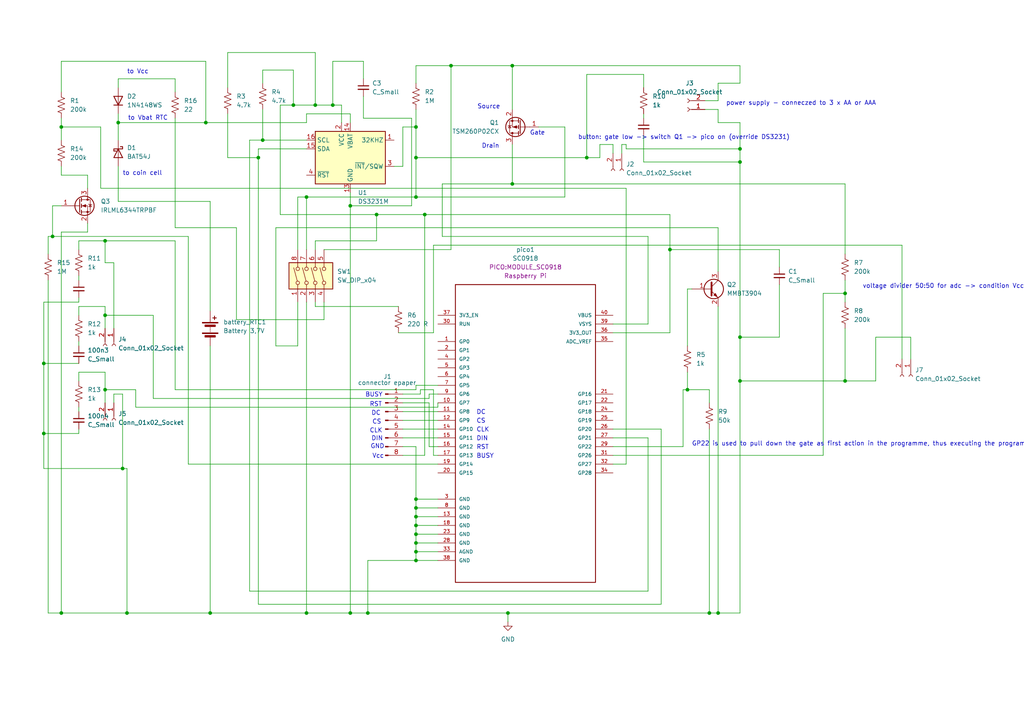
<source format=kicad_sch>
(kicad_sch (version 20231120) (generator "eeschema") (generator_version "8.0")
  (paper "A4")
  (lib_symbols
    (symbol "Connector:Conn_01x02_Socket" (pin_names (offset 1.016) hide)
      (property "Reference" "J" (at 0 2.54 0))
      (property "Value" "Conn_01x02_Socket" (at 0 -5.08 0))
      (symbol "Conn_01x02_Socket_1_1"
        (arc (start 0 -2.032) (mid -0.5058 -2.54) (end 0 -3.048) (stroke (width 0.1524)))
        (polyline (pts (xy -1.27 -2.54) (xy -0.508 -2.54)) (stroke (width 0.1524)))
        (polyline (pts (xy -1.27 0) (xy -0.508 0)) (stroke (width 0.1524)))
        (arc (start 0 0.508) (mid -0.5058 0) (end 0 -0.508) (stroke (width 0.1524)))
        (pin passive line (at -5.08 0 0) (length 3.81) (name "Pin_1") (number "1"))
        (pin passive line (at -5.08 -2.54 0) (length 3.81) (name "Pin_2") (number "2"))
      )
    )
    (symbol "Connector:Conn_01x08_Pin" (pin_names (offset 1.016) hide)
      (property "Reference" "J" (at 0 10.16 0))
      (property "Value" "Conn_01x08_Pin" (at 0 -12.7 0))
      (symbol "Conn_01x08_Pin_1_1"
        (polyline (pts (xy 1.27 -10.16) (xy 0.8636 -10.16)) (stroke (width 0.1524)))
        (polyline (pts (xy 1.27 -7.62) (xy 0.8636 -7.62)) (stroke (width 0.1524)))
        (polyline (pts (xy 1.27 -5.08) (xy 0.8636 -5.08)) (stroke (width 0.1524)))
        (polyline (pts (xy 1.27 -2.54) (xy 0.8636 -2.54)) (stroke (width 0.1524)))
        (polyline (pts (xy 1.27 0) (xy 0.8636 0)) (stroke (width 0.1524)))
        (polyline (pts (xy 1.27 2.54) (xy 0.8636 2.54)) (stroke (width 0.1524)))
        (polyline (pts (xy 1.27 5.08) (xy 0.8636 5.08)) (stroke (width 0.1524)))
        (polyline (pts (xy 1.27 7.62) (xy 0.8636 7.62)) (stroke (width 0.1524)))
        (rectangle (start 0.8636 -10.033) (end 0 -10.287) (stroke (width 0.1524)) (fill (type outline)))
        (rectangle (start 0.8636 -7.493) (end 0 -7.747) (stroke (width 0.1524)) (fill (type outline)))
        (rectangle (start 0.8636 -4.953) (end 0 -5.207) (stroke (width 0.1524)) (fill (type outline)))
        (rectangle (start 0.8636 -2.413) (end 0 -2.667) (stroke (width 0.1524)) (fill (type outline)))
        (rectangle (start 0.8636 0.127) (end 0 -0.127) (stroke (width 0.1524)) (fill (type outline)))
        (rectangle (start 0.8636 2.667) (end 0 2.413) (stroke (width 0.1524)) (fill (type outline)))
        (rectangle (start 0.8636 5.207) (end 0 4.953) (stroke (width 0.1524)) (fill (type outline)))
        (rectangle (start 0.8636 7.747) (end 0 7.493) (stroke (width 0.1524)) (fill (type outline)))
        (pin passive line (at 5.08 7.62 180) (length 3.81) (name "Pin_1") (number "1"))
        (pin passive line (at 5.08 5.08 180) (length 3.81) (name "Pin_2") (number "2"))
        (pin passive line (at 5.08 2.54 180) (length 3.81) (name "Pin_3") (number "3"))
        (pin passive line (at 5.08 0 180) (length 3.81) (name "Pin_4") (number "4"))
        (pin passive line (at 5.08 -2.54 180) (length 3.81) (name "Pin_5") (number "5"))
        (pin passive line (at 5.08 -5.08 180) (length 3.81) (name "Pin_6") (number "6"))
        (pin passive line (at 5.08 -7.62 180) (length 3.81) (name "Pin_7") (number "7"))
        (pin passive line (at 5.08 -10.16 180) (length 3.81) (name "Pin_8") (number "8"))
      )
    )
    (symbol "Device:Battery" (pin_numbers hide) (pin_names (offset 0) hide)
      (property "Reference" "BT" (at 2.54 2.54 0))
      (property "Value" "Battery" (at 2.54 0 0))
      (symbol "Battery_0_1"
        (rectangle (start -2.286 -1.27) (end 2.286 -1.524) (fill (type outline)))
        (rectangle (start -2.286 1.778) (end 2.286 1.524) (fill (type outline)))
        (rectangle (start -1.524 -2.032) (end 1.524 -2.54) (fill (type outline)))
        (rectangle (start -1.524 1.016) (end 1.524 0.508) (fill (type outline)))
        (polyline (pts (xy 0 -1.016) (xy 0 -0.762)))
        (polyline (pts (xy 0 -0.508) (xy 0 -0.254)))
        (polyline (pts (xy 0 0) (xy 0 0.254)))
        (polyline (pts (xy 0 1.778) (xy 0 2.54)))
        (polyline (pts (xy 0.762 3.048) (xy 1.778 3.048)) (stroke (width 0.254)))
        (polyline (pts (xy 1.27 3.556) (xy 1.27 2.54)) (stroke (width 0.254)))
      )
      (symbol "Battery_1_1"
        (pin passive line (at 0 5.08 270) (length 2.54) (name "+") (number "1"))
        (pin passive line (at 0 -5.08 90) (length 2.54) (name "-") (number "2"))
      )
    )
    (symbol "Device:C_Small" (pin_numbers hide) (pin_names (offset 0.254) hide)
      (property "Reference" "C" (at 0.254 1.778 0))
      (property "Value" "C_Small" (at 0.254 -2.032 0))
      (symbol "C_Small_0_1"
        (polyline (pts (xy -1.524 -0.508) (xy 1.524 -0.508)) (stroke (width 0.3302)))
        (polyline (pts (xy -1.524 0.508) (xy 1.524 0.508)) (stroke (width 0.3048)))
      )
      (symbol "C_Small_1_1"
        (pin passive line (at 0 2.54 270) (length 2.032) (name "~") (number "1"))
        (pin passive line (at 0 -2.54 90) (length 2.032) (name "~") (number "2"))
      )
    )
    (symbol "Device:R_US" (pin_numbers hide) (pin_names (offset 0))
      (property "Reference" "R" (at 2.54 0 90))
      (property "Value" "R_US" (at -2.54 0 90))
      (symbol "R_US_0_1"
        (polyline (pts (xy 0 -2.286) (xy 0 -2.54)))
        (polyline (pts (xy 0 2.286) (xy 0 2.54)))
        (polyline (pts (xy 0 -0.762) (xy 1.016 -1.143) (xy 0 -1.524) (xy -1.016 -1.905) (xy 0 -2.286)))
        (polyline (pts (xy 0 0.762) (xy 1.016 0.381) (xy 0 0) (xy -1.016 -0.381) (xy 0 -0.762)))
        (polyline (pts (xy 0 2.286) (xy 1.016 1.905) (xy 0 1.524) (xy -1.016 1.143) (xy 0 0.762)))
      )
      (symbol "R_US_1_1"
        (pin passive line (at 0 3.81 270) (length 1.27) (name "~") (number "1"))
        (pin passive line (at 0 -3.81 90) (length 1.27) (name "~") (number "2"))
      )
    )
    (symbol "Diode:1N4148WS" (pin_numbers hide) (pin_names hide)
      (property "Reference" "D" (at 0 2.54 0))
      (property "Value" "1N4148WS" (at 0 -2.54 0))
      (symbol "1N4148WS_0_1"
        (polyline (pts (xy -1.27 1.27) (xy -1.27 -1.27)) (stroke (width 0.254)))
        (polyline (pts (xy 1.27 0) (xy -1.27 0)))
        (polyline (pts (xy 1.27 1.27) (xy 1.27 -1.27) (xy -1.27 0) (xy 1.27 1.27)) (stroke (width 0.254)))
      )
      (symbol "1N4148WS_1_1"
        (pin passive line (at -3.81 0 0) (length 2.54) (name "K") (number "1"))
        (pin passive line (at 3.81 0 180) (length 2.54) (name "A") (number "2"))
      )
    )
    (symbol "Diode:BAT54J" (pin_numbers hide) (pin_names (offset 1.016) hide)
      (property "Reference" "D" (at 0 2.54 0))
      (property "Value" "BAT54J" (at 0 -2.54 0))
      (symbol "BAT54J_0_1"
        (polyline (pts (xy 1.27 0) (xy -1.27 0)))
        (polyline (pts (xy 1.27 1.27) (xy 1.27 -1.27) (xy -1.27 0) (xy 1.27 1.27)) (stroke (width 0.254)))
        (polyline (pts (xy -1.905 0.635) (xy -1.905 1.27) (xy -1.27 1.27) (xy -1.27 -1.27) (xy -0.635 -1.27) (xy -0.635 -0.635)) (stroke (width 0.254)))
      )
      (symbol "BAT54J_1_1"
        (pin passive line (at -3.81 0 0) (length 2.54) (name "K") (number "1"))
        (pin passive line (at 3.81 0 180) (length 2.54) (name "A") (number "2"))
      )
    )
    (symbol "Raspberry_Pi_Pico_W_SC0918:SC0918" (pin_names (offset 1.016))
      (property "Reference" "A1" (at 0 58.42 0))
      (property "Value" "SC0918" (at 0 55.88 0))
      (property "Footprint" "Raspberry Pi:MODULE_SC0918" (at -12.7 -46.99 0))
      (property "manufacturer" "Raspberry Pi" (at 0 53.34 0))
      (symbol "SC0918_0_0"
        (rectangle (start -20.32 -43.18) (end 20.32 43.18) (stroke (width 0.254)))
        (pin bidirectional line (at -25.4 26.67 0) (length 5.08) (name "GP0") (number "1"))
        (pin bidirectional line (at -25.4 8.89 0) (length 5.08) (name "GP7") (number "10"))
        (pin bidirectional line (at -25.4 6.35 0) (length 5.08) (name "GP8") (number "11"))
        (pin bidirectional line (at -25.4 3.81 0) (length 5.08) (name "GP9") (number "12"))
        (pin power_in line (at -25.4 -24.13 0) (length 5.08) (name "GND") (number "13"))
        (pin bidirectional line (at -25.4 1.27 0) (length 5.08) (name "GP10") (number "14"))
        (pin bidirectional line (at -25.4 -1.27 0) (length 5.08) (name "GP11") (number "15"))
        (pin bidirectional line (at -25.4 -3.81 0) (length 5.08) (name "GP12") (number "16"))
        (pin bidirectional line (at -25.4 -6.35 0) (length 5.08) (name "GP13") (number "17"))
        (pin power_in line (at -25.4 -26.67 0) (length 5.08) (name "GND") (number "18"))
        (pin bidirectional line (at -25.4 -8.89 0) (length 5.08) (name "GP14") (number "19"))
        (pin bidirectional line (at -25.4 24.13 0) (length 5.08) (name "GP1") (number "2"))
        (pin bidirectional line (at -25.4 -11.43 0) (length 5.08) (name "GP15") (number "20"))
        (pin bidirectional line (at 25.4 11.43 180) (length 5.08) (name "GP16") (number "21"))
        (pin bidirectional line (at 25.4 8.89 180) (length 5.08) (name "GP17") (number "22"))
        (pin power_in line (at -25.4 -29.21 0) (length 5.08) (name "GND") (number "23"))
        (pin bidirectional line (at 25.4 6.35 180) (length 5.08) (name "GP18") (number "24"))
        (pin bidirectional line (at 25.4 3.81 180) (length 5.08) (name "GP19") (number "25"))
        (pin bidirectional line (at 25.4 1.27 180) (length 5.08) (name "GP20") (number "26"))
        (pin bidirectional line (at 25.4 -1.27 180) (length 5.08) (name "GP21") (number "27"))
        (pin power_in line (at -25.4 -31.75 0) (length 5.08) (name "GND") (number "28"))
        (pin bidirectional line (at 25.4 -3.81 180) (length 5.08) (name "GP22") (number "29"))
        (pin power_in line (at -25.4 -19.05 0) (length 5.08) (name "GND") (number "3"))
        (pin input line (at -25.4 31.75 0) (length 5.08) (name "RUN") (number "30"))
        (pin bidirectional line (at 25.4 -6.35 180) (length 5.08) (name "GP26") (number "31"))
        (pin bidirectional line (at 25.4 -8.89 180) (length 5.08) (name "GP27") (number "32"))
        (pin power_in line (at -25.4 -34.29 0) (length 5.08) (name "AGND") (number "33"))
        (pin bidirectional line (at 25.4 -11.43 180) (length 5.08) (name "GP28") (number "34"))
        (pin power_in line (at 25.4 26.67 180) (length 5.08) (name "ADC_VREF") (number "35"))
        (pin power_in line (at 25.4 29.21 180) (length 5.08) (name "3V3_OUT") (number "36"))
        (pin input line (at -25.4 34.29 0) (length 5.08) (name "3V3_EN") (number "37"))
        (pin power_in line (at -25.4 -36.83 0) (length 5.08) (name "GND") (number "38"))
        (pin free line (at 25.4 31.75 180) (length 5.08) (name "VSYS") (number "39"))
        (pin bidirectional line (at -25.4 21.59 0) (length 5.08) (name "GP2") (number "4"))
        (pin free line (at 25.4 34.29 180) (length 5.08) (name "VBUS") (number "40"))
        (pin bidirectional line (at -25.4 19.05 0) (length 5.08) (name "GP3") (number "5"))
        (pin bidirectional line (at -25.4 16.51 0) (length 5.08) (name "GP4") (number "6"))
        (pin bidirectional line (at -25.4 13.97 0) (length 5.08) (name "GP5") (number "7"))
        (pin power_in line (at -25.4 -21.59 0) (length 5.08) (name "GND") (number "8"))
        (pin bidirectional line (at -25.4 11.43 0) (length 5.08) (name "GP6") (number "9"))
      )
    )
    (symbol "Switch:SW_DIP_x04" (pin_names (offset 0) hide)
      (property "Reference" "SW" (at 0 8.89 0))
      (property "Value" "SW_DIP_x04" (at 0 -6.35 0))
      (symbol "SW_DIP_x04_0_0"
        (circle (center -2.032 -2.54) (radius 0.508))
        (circle (center -2.032 0) (radius 0.508))
        (circle (center -2.032 2.54) (radius 0.508))
        (circle (center -2.032 5.08) (radius 0.508))
        (polyline (pts (xy -1.524 -2.3876) (xy 2.3622 -1.3462)))
        (polyline (pts (xy -1.524 0.127) (xy 2.3622 1.1684)))
        (polyline (pts (xy -1.524 2.667) (xy 2.3622 3.7084)))
        (polyline (pts (xy -1.524 5.207) (xy 2.3622 6.2484)))
        (circle (center 2.032 -2.54) (radius 0.508))
        (circle (center 2.032 0) (radius 0.508))
        (circle (center 2.032 2.54) (radius 0.508))
        (circle (center 2.032 5.08) (radius 0.508))
      )
      (symbol "SW_DIP_x04_0_1"
        (rectangle (start -3.81 7.62) (end 3.81 -5.08) (stroke (width 0.254)) (fill (type background)))
      )
      (symbol "SW_DIP_x04_1_1"
        (pin passive line (at -7.62 5.08 0) (length 5.08) (name "~") (number "1"))
        (pin passive line (at -7.62 2.54 0) (length 5.08) (name "~") (number "2"))
        (pin passive line (at -7.62 0 0) (length 5.08) (name "~") (number "3"))
        (pin passive line (at -7.62 -2.54 0) (length 5.08) (name "~") (number "4"))
        (pin passive line (at 7.62 -2.54 180) (length 5.08) (name "~") (number "5"))
        (pin passive line (at 7.62 0 180) (length 5.08) (name "~") (number "6"))
        (pin passive line (at 7.62 2.54 180) (length 5.08) (name "~") (number "7"))
        (pin passive line (at 7.62 5.08 180) (length 5.08) (name "~") (number "8"))
      )
    )
    (symbol "Timer_RTC:DS3231M"
      (property "Reference" "U" (at -7.62 8.89 0))
      (property "Value" "DS3231M" (at 10.16 8.89 0))
      (symbol "DS3231M_0_1"
        (rectangle (start -10.16 7.62) (end 10.16 -7.62) (stroke (width 0.254)) (fill (type background)))
      )
      (symbol "DS3231M_1_1"
        (pin open_collector line (at 12.7 5.08 180) (length 2.54) (name "32KHZ") (number "1"))
        (pin passive line (at 0 -10.16 90) (length 2.54) hide (name "GND") (number "10"))
        (pin passive line (at 0 -10.16 90) (length 2.54) hide (name "GND") (number "11"))
        (pin passive line (at 0 -10.16 90) (length 2.54) hide (name "GND") (number "12"))
        (pin power_in line (at 0 -10.16 90) (length 2.54) (name "GND") (number "13"))
        (pin power_in line (at 0 10.16 270) (length 2.54) (name "VBAT") (number "14"))
        (pin bidirectional line (at -12.7 2.54 0) (length 2.54) (name "SDA") (number "15"))
        (pin input line (at -12.7 5.08 0) (length 2.54) (name "SCL") (number "16"))
        (pin power_in line (at -2.54 10.16 270) (length 2.54) (name "VCC") (number "2"))
        (pin open_collector line (at 12.7 -2.54 180) (length 2.54) (name "~{INT}/SQW") (number "3"))
        (pin bidirectional line (at -12.7 -5.08 0) (length 2.54) (name "~{RST}") (number "4"))
        (pin passive line (at 0 -10.16 90) (length 2.54) hide (name "GND") (number "5"))
        (pin passive line (at 0 -10.16 90) (length 2.54) hide (name "GND") (number "6"))
        (pin passive line (at 0 -10.16 90) (length 2.54) hide (name "GND") (number "7"))
        (pin passive line (at 0 -10.16 90) (length 2.54) hide (name "GND") (number "8"))
        (pin passive line (at 0 -10.16 90) (length 2.54) hide (name "GND") (number "9"))
      )
    )
    (symbol "Transistor_BJT:MMBT3904" (pin_names (offset 0) hide)
      (property "Reference" "Q" (at 5.08 1.905 0))
      (property "Value" "MMBT3904" (at 5.08 0 0))
      (symbol "MMBT3904_0_1"
        (polyline (pts (xy 0.635 0.635) (xy 2.54 2.54)))
        (polyline (pts (xy 0.635 -0.635) (xy 2.54 -2.54) (xy 2.54 -2.54)))
        (polyline (pts (xy 0.635 1.905) (xy 0.635 -1.905) (xy 0.635 -1.905)) (stroke (width 0.508)))
        (polyline (pts (xy 1.27 -1.778) (xy 1.778 -1.27) (xy 2.286 -2.286) (xy 1.27 -1.778) (xy 1.27 -1.778)) (fill (type outline)))
        (circle (center 1.27 0) (radius 2.8194) (stroke (width 0.254)))
      )
      (symbol "MMBT3904_1_1"
        (pin input line (at -5.08 0 0) (length 5.715) (name "B") (number "1"))
        (pin passive line (at 2.54 -5.08 90) (length 2.54) (name "E") (number "2"))
        (pin passive line (at 2.54 5.08 270) (length 2.54) (name "C") (number "3"))
      )
    )
    (symbol "Transistor_FET:IRLML0030" (pin_names hide)
      (property "Reference" "Q" (at 5.08 1.905 0))
      (property "Value" "IRLML0030" (at 5.08 0 0))
      (symbol "IRLML0030_0_1"
        (polyline (pts (xy 0.254 0) (xy -2.54 0)))
        (polyline (pts (xy 0.254 1.905) (xy 0.254 -1.905)) (stroke (width 0.254)))
        (polyline (pts (xy 0.762 -1.27) (xy 0.762 -2.286)) (stroke (width 0.254)))
        (polyline (pts (xy 0.762 0.508) (xy 0.762 -0.508)) (stroke (width 0.254)))
        (polyline (pts (xy 0.762 2.286) (xy 0.762 1.27)) (stroke (width 0.254)))
        (polyline (pts (xy 2.54 2.54) (xy 2.54 1.778)))
        (polyline (pts (xy 2.54 -2.54) (xy 2.54 0) (xy 0.762 0)))
        (polyline (pts (xy 0.762 -1.778) (xy 3.302 -1.778) (xy 3.302 1.778) (xy 0.762 1.778)))
        (polyline (pts (xy 1.016 0) (xy 2.032 0.381) (xy 2.032 -0.381) (xy 1.016 0)) (fill (type outline)))
        (polyline (pts (xy 2.794 0.508) (xy 2.921 0.381) (xy 3.683 0.381) (xy 3.81 0.254)))
        (polyline (pts (xy 3.302 0.381) (xy 2.921 -0.254) (xy 3.683 -0.254) (xy 3.302 0.381)))
        (circle (center 1.651 0) (radius 2.794) (stroke (width 0.254)))
        (circle (center 2.54 -1.778) (radius 0.254) (fill (type outline)))
        (circle (center 2.54 1.778) (radius 0.254) (fill (type outline)))
      )
      (symbol "IRLML0030_1_1"
        (pin input line (at -5.08 0 0) (length 2.54) (name "G") (number "1"))
        (pin passive line (at 2.54 -5.08 90) (length 2.54) (name "S") (number "2"))
        (pin passive line (at 2.54 5.08 270) (length 2.54) (name "D") (number "3"))
      )
    )
    (symbol "Transistor_FET:TSM2301ACX" (pin_names hide)
      (property "Reference" "Q" (at 5.08 1.905 0))
      (property "Value" "TSM2301ACX" (at 5.08 0 0))
      (symbol "TSM2301ACX_0_1"
        (polyline (pts (xy 0.254 0) (xy -2.54 0)))
        (polyline (pts (xy 0.254 1.905) (xy 0.254 -1.905)) (stroke (width 0.254)))
        (polyline (pts (xy 0.762 -1.27) (xy 0.762 -2.286)) (stroke (width 0.254)))
        (polyline (pts (xy 0.762 0.508) (xy 0.762 -0.508)) (stroke (width 0.254)))
        (polyline (pts (xy 0.762 2.286) (xy 0.762 1.27)) (stroke (width 0.254)))
        (polyline (pts (xy 2.54 2.54) (xy 2.54 1.778)))
        (polyline (pts (xy 2.54 -2.54) (xy 2.54 0) (xy 0.762 0)))
        (polyline (pts (xy 0.762 1.778) (xy 3.302 1.778) (xy 3.302 -1.778) (xy 0.762 -1.778)))
        (polyline (pts (xy 2.286 0) (xy 1.27 0.381) (xy 1.27 -0.381) (xy 2.286 0)) (fill (type outline)))
        (polyline (pts (xy 2.794 -0.508) (xy 2.921 -0.381) (xy 3.683 -0.381) (xy 3.81 -0.254)))
        (polyline (pts (xy 3.302 -0.381) (xy 2.921 0.254) (xy 3.683 0.254) (xy 3.302 -0.381)))
        (circle (center 1.651 0) (radius 2.794) (stroke (width 0.254)))
        (circle (center 2.54 -1.778) (radius 0.254) (fill (type outline)))
        (circle (center 2.54 1.778) (radius 0.254) (fill (type outline)))
      )
      (symbol "TSM2301ACX_1_1"
        (pin input line (at -5.08 0 0) (length 2.54) (name "G") (number "1"))
        (pin passive line (at 2.54 -5.08 90) (length 2.54) (name "S") (number "2"))
        (pin passive line (at 2.54 5.08 270) (length 2.54) (name "D") (number "3"))
      )
    )
    (symbol "power:GND" (power) (pin_names (offset 0))
      (property "Value" "GND" (at 0 -3.81 0))
      (symbol "GND_0_1"
        (polyline (pts (xy 0 0) (xy 0 -1.27) (xy 1.27 -1.27) (xy 0 -2.54) (xy -1.27 -1.27) (xy 0 -1.27)))
      )
      (symbol "GND_1_1"
        (pin power_in line (at 0 0 270) (length 0) hide (name "GND") (number "1"))
      )
    )
  )
  (junction (at 30.48 91.44))
  (junction (at 96.52 30.48))
  (junction (at 199.39 113.03))
  (junction (at 120.65 152.4))
  (junction (at 30.48 113.03))
  (junction (at 120.65 147.32))
  (junction (at 101.6 59.69))
  (junction (at 101.6 177.8))
  (junction (at 120.65 160.02))
  (junction (at 120.65 36.83))
  (junction (at 88.9 177.8))
  (junction (at 76.2 40.64))
  (junction (at 120.65 45.72))
  (junction (at 214.63 97.79))
  (junction (at 205.74 177.8))
  (junction (at 214.63 46.99))
  (junction (at 245.11 85.09))
  (junction (at 120.65 57.15))
  (junction (at 214.63 110.49))
  (junction (at 120.65 157.48))
  (junction (at 59.69 35.56))
  (junction (at 130.81 19.05))
  (junction (at 123.19 62.23))
  (junction (at 245.11 110.49))
  (junction (at 12.7 125.73))
  (junction (at 147.32 177.8))
  (junction (at 36.83 177.8))
  (junction (at 30.48 69.85))
  (junction (at 88.9 57.15))
  (junction (at 85.09 30.48))
  (junction (at 15.24 68.58))
  (junction (at 194.31 72.39))
  (junction (at 120.65 162.56))
  (junction (at 120.65 154.94))
  (junction (at 17.78 36.83))
  (junction (at 109.22 62.23))
  (junction (at 17.78 177.8))
  (junction (at 34.29 35.56))
  (junction (at 91.44 30.48))
  (junction (at 120.65 149.86))
  (junction (at 35.56 135.89))
  (junction (at 214.63 43.18))
  (junction (at 74.93 45.72))
  (junction (at 60.96 177.8))
  (junction (at 148.59 19.05))
  (junction (at 106.68 177.8))
  (junction (at 170.18 45.72))
  (junction (at 12.7 105.41))
  (junction (at 148.59 53.34))
  (junction (at 208.28 177.8))
  (junction (at 120.65 144.78))
  (wire (pts (xy 116.84 127) (xy 127 127)))
  (wire (pts (xy 99.06 35.56) (xy 99.06 30.48)))
  (wire (pts (xy 226.06 77.47) (xy 226.06 72.39)))
  (wire (pts (xy 80.01 100.33) (xy 86.36 100.33)))
  (wire (pts (xy 85.09 30.48) (xy 81.28 30.48)))
  (wire (pts (xy 199.39 113.03) (xy 198.12 113.03)))
  (wire (pts (xy 128.27 53.34) (xy 128.27 68.58)))
  (wire (pts (xy 124.46 115.57) (xy 44.45 115.57)))
  (wire (pts (xy 93.98 92.71) (xy 68.58 92.71)))
  (wire (pts (xy 120.65 31.75) (xy 120.65 36.83)))
  (wire (pts (xy 81.28 30.48) (xy 81.28 62.23)))
  (wire (pts (xy 208.28 66.04) (xy 208.28 78.74)))
  (wire (pts (xy 120.65 144.78) (xy 120.65 147.32)))
  (wire (pts (xy 50.8 22.86) (xy 34.29 22.86)))
  (wire (pts (xy 208.28 88.9) (xy 208.28 177.8)))
  (wire (pts (xy 105.41 34.29) (xy 119.38 34.29)))
  (wire (pts (xy 88.9 43.18) (xy 74.93 43.18)))
  (wire (pts (xy 116.84 129.54) (xy 120.65 129.54)))
  (wire (pts (xy 33.02 114.3) (xy 35.56 114.3)))
  (wire (pts (xy 214.63 43.18) (xy 214.63 46.99)))
  (wire (pts (xy 36.83 135.89) (xy 36.83 177.8)))
  (wire (pts (xy 116.84 116.84) (xy 124.46 116.84)))
  (wire (pts (xy 54.61 134.62) (xy 127 134.62)))
  (wire (pts (xy 214.63 97.79) (xy 214.63 110.49)))
  (wire (pts (xy 17.78 50.8) (xy 17.78 48.26)))
  (wire (pts (xy 120.65 160.02) (xy 127 160.02)))
  (wire (pts (xy 109.22 62.23) (xy 123.19 62.23)))
  (wire (pts (xy 120.65 144.78) (xy 127 144.78)))
  (wire (pts (xy 88.9 57.15) (xy 88.9 72.39)))
  (wire (pts (xy 60.96 58.42) (xy 34.29 58.42)))
  (wire (pts (xy 96.52 17.78) (xy 96.52 30.48)))
  (wire (pts (xy 60.96 100.33) (xy 60.96 177.8)))
  (wire (pts (xy 147.32 177.8) (xy 205.74 177.8)))
  (wire (pts (xy 119.38 34.29) (xy 119.38 59.69)))
  (wire (pts (xy 187.96 93.98) (xy 177.8 93.98)))
  (wire (pts (xy 25.4 54.61) (xy 25.4 50.8)))
  (wire (pts (xy 29.21 54.61) (xy 29.21 36.83)))
  (wire (pts (xy 120.65 160.02) (xy 120.65 162.56)))
  (wire (pts (xy 44.45 91.44) (xy 30.48 91.44)))
  (wire (pts (xy 33.02 76.2) (xy 33.02 95.25)))
  (wire (pts (xy 186.69 46.99) (xy 214.63 46.99)))
  (wire (pts (xy 101.6 177.8) (xy 106.68 177.8)))
  (wire (pts (xy 88.9 57.15) (xy 120.65 57.15)))
  (wire (pts (xy 22.86 118.11) (xy 22.86 119.38)))
  (wire (pts (xy 214.63 110.49) (xy 214.63 177.8)))
  (wire (pts (xy 125.73 96.52) (xy 125.73 71.12)))
  (wire (pts (xy 15.24 59.69) (xy 17.78 59.69)))
  (wire (pts (xy 76.2 40.64) (xy 72.39 40.64)))
  (wire (pts (xy 194.31 62.23) (xy 194.31 72.39)))
  (wire (pts (xy 120.65 36.83) (xy 120.65 45.72)))
  (wire (pts (xy 170.18 21.59) (xy 170.18 45.72)))
  (wire (pts (xy 12.7 87.63) (xy 12.7 105.41)))
  (wire (pts (xy 101.6 59.69) (xy 101.6 177.8)))
  (wire (pts (xy 226.06 97.79) (xy 214.63 97.79)))
  (wire (pts (xy 34.29 35.56) (xy 59.69 35.56)))
  (wire (pts (xy 120.65 149.86) (xy 120.65 152.4)))
  (wire (pts (xy 120.65 154.94) (xy 127 154.94)))
  (wire (pts (xy 91.44 72.39) (xy 91.44 69.85)))
  (wire (pts (xy 186.69 33.02) (xy 186.69 34.29)))
  (wire (pts (xy 177.8 127) (xy 187.96 127)))
  (wire (pts (xy 187.96 171.45) (xy 72.39 171.45)))
  (wire (pts (xy 194.31 72.39) (xy 226.06 72.39)))
  (wire (pts (xy 12.7 125.73) (xy 12.7 135.89)))
  (wire (pts (xy 115.57 96.52) (xy 125.73 96.52)))
  (wire (pts (xy 125.73 113.03) (xy 121.92 113.03)))
  (wire (pts (xy 173.99 41.91) (xy 177.8 41.91)))
  (wire (pts (xy 68.58 66.04) (xy 50.8 66.04)))
  (wire (pts (xy 205.74 124.46) (xy 205.74 177.8)))
  (wire (pts (xy 120.65 111.76) (xy 120.65 113.03)))
  (wire (pts (xy 76.2 20.32) (xy 85.09 20.32)))
  (wire (pts (xy 12.7 125.73) (xy 22.86 125.73)))
  (wire (pts (xy 180.34 41.91) (xy 180.34 44.45)))
  (wire (pts (xy 76.2 31.75) (xy 76.2 40.64)))
  (wire (pts (xy 101.6 35.56) (xy 101.6 33.02)))
  (wire (pts (xy 214.63 35.56) (xy 214.63 43.18)))
  (wire (pts (xy 36.83 177.8) (xy 60.96 177.8)))
  (wire (pts (xy 181.61 43.18) (xy 181.61 41.91)))
  (wire (pts (xy 88.9 40.64) (xy 76.2 40.64)))
  (wire (pts (xy 194.31 72.39) (xy 194.31 96.52)))
  (wire (pts (xy 50.8 34.29) (xy 50.8 66.04)))
  (wire (pts (xy 22.86 88.9) (xy 30.48 88.9)))
  (wire (pts (xy 261.62 71.12) (xy 261.62 104.14)))
  (wire (pts (xy 12.7 105.41) (xy 22.86 105.41)))
  (wire (pts (xy 88.9 87.63) (xy 88.9 177.8)))
  (wire (pts (xy 39.37 113.03) (xy 30.48 113.03)))
  (wire (pts (xy 74.93 45.72) (xy 74.93 175.26)))
  (wire (pts (xy 245.11 53.34) (xy 245.11 73.66)))
  (wire (pts (xy 254 110.49) (xy 254 97.79)))
  (wire (pts (xy 35.56 114.3) (xy 35.56 135.89)))
  (wire (pts (xy 199.39 107.95) (xy 199.39 113.03)))
  (wire (pts (xy 91.44 15.24) (xy 91.44 30.48)))
  (wire (pts (xy 208.28 35.56) (xy 214.63 35.56)))
  (wire (pts (xy 208.28 29.21) (xy 208.28 24.13)))
  (wire (pts (xy 200.66 83.82) (xy 199.39 83.82)))
  (wire (pts (xy 88.9 33.02) (xy 88.9 35.56)))
  (wire (pts (xy 208.28 24.13) (xy 214.63 24.13)))
  (wire (pts (xy 86.36 57.15) (xy 86.36 72.39)))
  (wire (pts (xy 72.39 40.64) (xy 72.39 171.45)))
  (wire (pts (xy 54.61 68.58) (xy 54.61 134.62)))
  (wire (pts (xy 54.61 68.58) (xy 15.24 68.58)))
  (wire (pts (xy 130.81 19.05) (xy 130.81 72.39)))
  (wire (pts (xy 22.86 91.44) (xy 22.86 88.9)))
  (wire (pts (xy 15.24 68.58) (xy 13.97 68.58)))
  (wire (pts (xy 177.8 132.08) (xy 238.76 132.08)))
  (wire (pts (xy 50.8 22.86) (xy 50.8 26.67)))
  (wire (pts (xy 80.01 66.04) (xy 80.01 100.33)))
  (wire (pts (xy 205.74 113.03) (xy 205.74 116.84)))
  (wire (pts (xy 120.65 157.48) (xy 127 157.48)))
  (wire (pts (xy 148.59 19.05) (xy 214.63 19.05)))
  (wire (pts (xy 123.19 132.08) (xy 116.84 132.08)))
  (wire (pts (xy 35.56 135.89) (xy 36.83 135.89)))
  (wire (pts (xy 17.78 36.83) (xy 17.78 40.64)))
  (wire (pts (xy 127 132.08) (xy 125.73 132.08)))
  (wire (pts (xy 105.41 17.78) (xy 96.52 17.78)))
  (wire (pts (xy 127 129.54) (xy 124.46 129.54)))
  (wire (pts (xy 124.46 115.57) (xy 124.46 114.3)))
  (wire (pts (xy 91.44 87.63) (xy 91.44 88.9)))
  (wire (pts (xy 128.27 68.58) (xy 187.96 68.58)))
  (wire (pts (xy 116.84 48.26) (xy 116.84 36.83)))
  (wire (pts (xy 34.29 33.02) (xy 34.29 35.56)))
  (wire (pts (xy 59.69 17.78) (xy 17.78 17.78)))
  (wire (pts (xy 29.21 54.61) (xy 181.61 54.61)))
  (wire (pts (xy 204.47 29.21) (xy 208.28 29.21)))
  (wire (pts (xy 186.69 25.4) (xy 186.69 21.59)))
  (wire (pts (xy 127 118.11) (xy 39.37 118.11)))
  (wire (pts (xy 13.97 177.8) (xy 17.78 177.8)))
  (wire (pts (xy 120.65 19.05) (xy 120.65 24.13)))
  (wire (pts (xy 30.48 76.2) (xy 33.02 76.2)))
  (wire (pts (xy 181.61 41.91) (xy 180.34 41.91)))
  (wire (pts (xy 116.84 119.38) (xy 127 119.38)))
  (wire (pts (xy 50.8 113.03) (xy 50.8 69.85)))
  (wire (pts (xy 238.76 132.08) (xy 238.76 85.09)))
  (wire (pts (xy 101.6 33.02) (xy 88.9 33.02)))
  (wire (pts (xy 120.65 152.4) (xy 127 152.4)))
  (wire (pts (xy 208.28 31.75) (xy 208.28 35.56)))
  (wire (pts (xy 13.97 68.58) (xy 13.97 73.66)))
  (wire (pts (xy 120.65 147.32) (xy 127 147.32)))
  (wire (pts (xy 91.44 30.48) (xy 85.09 30.48)))
  (wire (pts (xy 91.44 69.85) (xy 109.22 69.85)))
  (wire (pts (xy 245.11 85.09) (xy 245.11 87.63)))
  (wire (pts (xy 147.32 177.8) (xy 147.32 180.34)))
  (wire (pts (xy 34.29 22.86) (xy 34.29 25.4)))
  (wire (pts (xy 80.01 66.04) (xy 208.28 66.04)))
  (wire (pts (xy 204.47 31.75) (xy 208.28 31.75)))
  (wire (pts (xy 30.48 113.03) (xy 30.48 116.84)))
  (wire (pts (xy 13.97 81.28) (xy 13.97 177.8)))
  (wire (pts (xy 39.37 118.11) (xy 39.37 113.03)))
  (wire (pts (xy 199.39 113.03) (xy 205.74 113.03)))
  (wire (pts (xy 198.12 113.03) (xy 198.12 129.54)))
  (wire (pts (xy 91.44 30.48) (xy 96.52 30.48)))
  (wire (pts (xy 15.24 68.58) (xy 15.24 59.69)))
  (wire (pts (xy 44.45 115.57) (xy 44.45 91.44)))
  (wire (pts (xy 120.65 129.54) (xy 120.65 144.78)))
  (wire (pts (xy 50.8 69.85) (xy 30.48 69.85)))
  (wire (pts (xy 30.48 91.44) (xy 30.48 95.25)))
  (wire (pts (xy 264.16 97.79) (xy 264.16 104.14)))
  (wire (pts (xy 29.21 36.83) (xy 17.78 36.83)))
  (wire (pts (xy 17.78 17.78) (xy 17.78 26.67)))
  (wire (pts (xy 60.96 177.8) (xy 88.9 177.8)))
  (wire (pts (xy 76.2 24.13) (xy 76.2 20.32)))
  (wire (pts (xy 127 162.56) (xy 120.65 162.56)))
  (wire (pts (xy 186.69 39.37) (xy 186.69 46.99)))
  (wire (pts (xy 156.21 36.83) (xy 163.83 36.83)))
  (wire (pts (xy 187.96 68.58) (xy 187.96 93.98)))
  (wire (pts (xy 91.44 88.9) (xy 115.57 88.9)))
  (wire (pts (xy 74.93 43.18) (xy 74.93 45.72)))
  (wire (pts (xy 34.29 48.26) (xy 34.29 58.42)))
  (wire (pts (xy 81.28 62.23) (xy 109.22 62.23)))
  (wire (pts (xy 163.83 36.83) (xy 163.83 57.15)))
  (wire (pts (xy 125.73 132.08) (xy 125.73 113.03)))
  (wire (pts (xy 66.04 33.02) (xy 66.04 45.72)))
  (wire (pts (xy 120.65 152.4) (xy 120.65 154.94)))
  (wire (pts (xy 120.65 45.72) (xy 170.18 45.72)))
  (wire (pts (xy 186.69 21.59) (xy 170.18 21.59)))
  (wire (pts (xy 177.8 129.54) (xy 198.12 129.54)))
  (wire (pts (xy 59.69 35.56) (xy 59.69 17.78)))
  (wire (pts (xy 245.11 95.25) (xy 245.11 110.49)))
  (wire (pts (xy 120.65 162.56) (xy 106.68 162.56)))
  (wire (pts (xy 177.8 41.91) (xy 177.8 44.45)))
  (wire (pts (xy 177.8 134.62) (xy 181.61 134.62)))
  (wire (pts (xy 173.99 45.72) (xy 173.99 41.91)))
  (wire (pts (xy 109.22 62.23) (xy 109.22 69.85)))
  (wire (pts (xy 181.61 134.62) (xy 181.61 54.61)))
  (wire (pts (xy 22.86 86.36) (xy 22.86 87.63)))
  (wire (pts (xy 93.98 72.39) (xy 130.81 72.39)))
  (wire (pts (xy 181.61 43.18) (xy 214.63 43.18)))
  (wire (pts (xy 245.11 110.49) (xy 254 110.49)))
  (wire (pts (xy 148.59 19.05) (xy 148.59 31.75)))
  (wire (pts (xy 226.06 82.55) (xy 226.06 97.79)))
  (wire (pts (xy 66.04 25.4) (xy 66.04 15.24)))
  (wire (pts (xy 101.6 55.88) (xy 101.6 59.69)))
  (wire (pts (xy 125.73 71.12) (xy 261.62 71.12)))
  (wire (pts (xy 120.65 154.94) (xy 120.65 157.48)))
  (wire (pts (xy 22.86 99.06) (xy 22.86 100.33)))
  (wire (pts (xy 17.78 34.29) (xy 17.78 36.83)))
  (wire (pts (xy 68.58 92.71) (xy 68.58 66.04)))
  (wire (pts (xy 120.65 19.05) (xy 130.81 19.05)))
  (wire (pts (xy 116.84 121.92) (xy 127 121.92)))
  (wire (pts (xy 85.09 20.32) (xy 85.09 30.48)))
  (wire (pts (xy 214.63 24.13) (xy 214.63 19.05)))
  (wire (pts (xy 25.4 67.31) (xy 17.78 67.31)))
  (wire (pts (xy 238.76 85.09) (xy 245.11 85.09)))
  (wire (pts (xy 127 116.84) (xy 127 118.11)))
  (wire (pts (xy 116.84 114.3) (xy 121.92 114.3)))
  (wire (pts (xy 22.86 69.85) (xy 30.48 69.85)))
  (wire (pts (xy 30.48 107.95) (xy 30.48 113.03)))
  (wire (pts (xy 17.78 177.8) (xy 36.83 177.8)))
  (wire (pts (xy 120.65 157.48) (xy 120.65 160.02)))
  (wire (pts (xy 120.65 147.32) (xy 120.65 149.86)))
  (wire (pts (xy 187.96 127) (xy 187.96 171.45)))
  (wire (pts (xy 119.38 59.69) (xy 101.6 59.69)))
  (wire (pts (xy 116.84 36.83) (xy 120.65 36.83)))
  (wire (pts (xy 191.77 124.46) (xy 191.77 175.26)))
  (wire (pts (xy 105.41 27.94) (xy 105.41 34.29)))
  (wire (pts (xy 199.39 83.82) (xy 199.39 100.33)))
  (wire (pts (xy 86.36 57.15) (xy 88.9 57.15)))
  (wire (pts (xy 121.92 113.03) (xy 121.92 114.3)))
  (wire (pts (xy 116.84 124.46) (xy 127 124.46)))
  (wire (pts (xy 148.59 41.91) (xy 148.59 53.34)))
  (wire (pts (xy 106.68 162.56) (xy 106.68 177.8)))
  (wire (pts (xy 127 111.76) (xy 120.65 111.76)))
  (wire (pts (xy 106.68 177.8) (xy 147.32 177.8)))
  (wire (pts (xy 12.7 87.63) (xy 22.86 87.63)))
  (wire (pts (xy 74.93 175.26) (xy 191.77 175.26)))
  (wire (pts (xy 123.19 62.23) (xy 123.19 132.08)))
  (wire (pts (xy 245.11 81.28) (xy 245.11 85.09)))
  (wire (pts (xy 205.74 177.8) (xy 208.28 177.8)))
  (wire (pts (xy 25.4 64.77) (xy 25.4 67.31)))
  (wire (pts (xy 163.83 57.15) (xy 120.65 57.15)))
  (wire (pts (xy 105.41 22.86) (xy 105.41 17.78)))
  (wire (pts (xy 120.65 149.86) (xy 127 149.86)))
  (wire (pts (xy 128.27 53.34) (xy 148.59 53.34)))
  (wire (pts (xy 254 97.79) (xy 264.16 97.79)))
  (wire (pts (xy 66.04 45.72) (xy 74.93 45.72)))
  (wire (pts (xy 114.3 48.26) (xy 116.84 48.26)))
  (wire (pts (xy 30.48 88.9) (xy 30.48 91.44)))
  (wire (pts (xy 59.69 35.56) (xy 88.9 35.56)))
  (wire (pts (xy 66.04 15.24) (xy 91.44 15.24)))
  (wire (pts (xy 25.4 50.8) (xy 17.78 50.8)))
  (wire (pts (xy 86.36 100.33) (xy 86.36 87.63)))
  (wire (pts (xy 194.31 96.52) (xy 177.8 96.52)))
  (wire (pts (xy 120.65 113.03) (xy 50.8 113.03)))
  (wire (pts (xy 88.9 177.8) (xy 101.6 177.8)))
  (wire (pts (xy 208.28 177.8) (xy 214.63 177.8)))
  (wire (pts (xy 22.86 107.95) (xy 30.48 107.95)))
  (wire (pts (xy 30.48 69.85) (xy 30.48 76.2)))
  (wire (pts (xy 22.86 80.01) (xy 22.86 81.28)))
  (wire (pts (xy 124.46 129.54) (xy 124.46 116.84)))
  (wire (pts (xy 130.81 19.05) (xy 148.59 19.05)))
  (wire (pts (xy 214.63 46.99) (xy 214.63 97.79)))
  (wire (pts (xy 22.86 72.39) (xy 22.86 69.85)))
  (wire (pts (xy 33.02 116.84) (xy 33.02 114.3)))
  (wire (pts (xy 22.86 110.49) (xy 22.86 107.95)))
  (wire (pts (xy 120.65 57.15) (xy 120.65 45.72)))
  (wire (pts (xy 12.7 135.89) (xy 35.56 135.89)))
  (wire (pts (xy 12.7 105.41) (xy 12.7 125.73)))
  (wire (pts (xy 60.96 90.17) (xy 60.96 58.42)))
  (wire (pts (xy 245.11 110.49) (xy 214.63 110.49)))
  (wire (pts (xy 245.11 53.34) (xy 148.59 53.34)))
  (wire (pts (xy 17.78 67.31) (xy 17.78 177.8)))
  (wire (pts (xy 177.8 124.46) (xy 191.77 124.46)))
  (wire (pts (xy 124.46 114.3) (xy 127 114.3)))
  (wire (pts (xy 93.98 87.63) (xy 93.98 92.71)))
  (wire (pts (xy 34.29 35.56) (xy 34.29 40.64)))
  (wire (pts (xy 170.18 45.72) (xy 173.99 45.72)))
  (wire (pts (xy 96.52 30.48) (xy 99.06 30.48)))
  (wire (pts (xy 123.19 62.23) (xy 194.31 62.23)))
  (wire (pts (xy 22.86 124.46) (xy 22.86 125.73)))
  (text "CLK" (at 107.188 125.73 0) (effects (font (size 1.27 1.27)) (justify left bottom)))
  (text "Vcc" (at 107.95 133.096 0) (effects (font (size 1.27 1.27)) (justify left bottom)))
  (text "to Vcc" (at 36.83 21.59 0) (effects (font (size 1.27 1.27)) (justify left bottom)))
  (text "voltage divider 50:50 for adc -> condition Vcc to below 3.3V and convert\n" (at 250.19 83.82 0) (effects (font (size 1.27 1.27)) (justify left bottom)))
  (text "button: gate low -> switch Q1 -> pico on (override DS3231)\n" (at 167.64 40.64 0) (effects (font (size 1.27 1.27)) (justify left bottom)))
  (text "DC" (at 107.696 120.65 0) (effects (font (size 1.27 1.27)) (justify left bottom)))
  (text "to Vbat RTC" (at 37.084 35.052 0) (effects (font (size 1.27 1.27)) (justify left bottom)))
  (text "RST" (at 107.188 118.11 0) (effects (font (size 1.27 1.27)) (justify left bottom)))
  (text "GP22 is used to pull down the gate as first action in the programme, thus executing the programme, even if the push button is released" (at 200.66 129.54 0) (effects (font (size 1.27 1.27)) (justify left bottom)))
  (text "DIN" (at 138.176 128.016 0) (effects (font (size 1.27 1.27)) (justify left bottom)))
  (text "DC" (at 138.176 120.396 0) (effects (font (size 1.27 1.27)) (justify left bottom)))
  (text "GND\n" (at 107.442 130.302 0) (effects (font (size 1.27 1.27)) (justify left bottom)))
  (text "RST" (at 138.176 130.556 0) (effects (font (size 1.27 1.27)) (justify left bottom)))
  (text "BUSY" (at 138.176 133.096 0) (effects (font (size 1.27 1.27)) (justify left bottom)))
  (text "Drain\n" (at 139.7 43.18 0) (effects (font (size 1.27 1.27)) (justify left bottom)))
  (text "CLK" (at 138.176 125.476 0) (effects (font (size 1.27 1.27)) (justify left bottom)))
  (text "Source" (at 138.43 31.75 0) (effects (font (size 1.27 1.27)) (justify left bottom)))
  (text "DIN" (at 107.696 128.016 0) (effects (font (size 1.27 1.27)) (justify left bottom)))
  (text "CS" (at 107.95 123.19 0) (effects (font (size 1.27 1.27)) (justify left bottom)))
  (text "to coin cell" (at 35.56 51.054 0) (effects (font (size 1.27 1.27)) (justify left bottom)))
  (text "power supply - conneczed to 3 x AA or AAA\n" (at 210.566 30.734 0) (effects (font (size 1.27 1.27)) (justify left bottom)))
  (text "CS" (at 138.176 122.936 0) (effects (font (size 1.27 1.27)) (justify left bottom)))
  (text "BUSY" (at 105.918 115.316 0) (effects (font (size 1.27 1.27)) (justify left bottom)))
  (text "Gate" (at 153.67 39.37 0) (effects (font (size 1.27 1.27)) (justify left bottom)))
  (symbol (lib_id "Device:Battery") (at 60.96 95.25 0) (unit 1)
    (property "Reference" "battery_RTC1" (at 64.77 93.4085 0) (effects (justify left)))
    (property "Value" "Battery 3,7V" (at 64.77 95.9485 0) (effects (justify left)))
    (property "Footprint" "Battery:BatteryHolder_LINX_BAT-HLD-012-SMT" (effects (hide yes)))
  )
  (symbol (lib_id "Connector:Conn_01x02_Socket") (at 180.34 49.53 270) (unit 1)
    (property "Reference" "J2" (at 181.61 47.625 90) (effects (justify left)))
    (property "Value" "Conn_01x02_Socket" (at 181.61 50.165 90) (effects (justify left)))
    (property "Footprint" "Connector_PinHeader_2.54mm:PinHeader_1x02_P2.54mm_Vertical" (effects (hide yes)))
  )
  (symbol (lib_id "Device:R_US") (at 22.86 95.25 180) (unit 1)
    (property "Reference" "R12" (at 25.4 93.9799 0) (effects (justify right)))
    (property "Value" "1k" (at 25.4 96.5199 0) (effects (justify right)))
    (property "Footprint" "Resistor_SMD:R_0805_2012Metric_Pad1.20x1.40mm_HandSolder" (effects (hide yes)))
  )
  (symbol (lib_id "Diode:1N4148WS") (at 34.29 29.21 90) (unit 1)
    (property "Reference" "D2" (at 36.83 27.9399 90) (effects (justify right)))
    (property "Value" "1N4148WS" (at 36.83 30.4799 90) (effects (justify right)))
    (property "Footprint" "Diode_SMD:D_SOD-323" (effects (hide yes)))
    (property "Datasheet" "https://www.vishay.com/docs/85751/1n4148ws.pdf" (effects (hide yes)))
    (property "Description" "75V 0.15A Fast switching Diode, SOD-323" (effects (hide yes)))
    (property "Sim.Device" "D" (effects (hide yes)))
    (property "Sim.Pins" "1=K 2=A" (effects (hide yes)))
  )
  (symbol (lib_id "power:GND") (at 147.32 180.34 0) (unit 1)
    (property "Reference" "#PWR01" (effects (hide yes)))
    (property "Value" "GND" (at 147.32 185.42 0))
  )
  (symbol (lib_id "Connector:Conn_01x02_Socket") (at 33.02 121.92 270) (unit 1)
    (property "Reference" "J5" (at 34.29 120.015 90) (effects (justify left)))
    (property "Value" "Conn_01x02_Socket" (at 34.29 122.555 90) (effects (justify left)))
    (property "Footprint" "Connector_PinHeader_2.54mm:PinHeader_1x02_P2.54mm_Vertical" (effects (hide yes)))
  )
  (symbol (lib_id "Device:R_US") (at 17.78 30.48 0) (unit 1)
    (property "Reference" "R1" (at 20.32 29.2099 0) (effects (justify left)))
    (property "Value" "200k" (at 20.32 31.7499 0) (effects (justify left)))
    (property "Footprint" "Resistor_SMD:R_0805_2012Metric_Pad1.20x1.40mm_HandSolder" (effects (hide yes)))
  )
  (symbol (lib_id "Device:C_Small") (at 22.86 121.92 0) (unit 1)
    (property "Reference" "100n4" (at 25.4 120.6563 0) (effects (justify left)))
    (property "Value" "C_Small" (at 25.4 123.1963 0) (effects (justify left)))
    (property "Footprint" "Capacitor_SMD:C_0805_2012Metric" (effects (hide yes)))
  )
  (symbol (lib_id "Device:R_US") (at 120.65 27.94 0) (unit 1)
    (property "Reference" "R2" (at 123.19 26.6699 0) (effects (justify left)))
    (property "Value" "1M" (at 123.19 29.2099 0) (effects (justify left)))
    (property "Footprint" "Resistor_SMD:R_0805_2012Metric_Pad1.20x1.40mm_HandSolder" (effects (hide yes)))
  )
  (symbol (lib_id "Raspberry_Pi_Pico_W_SC0918:SC0918") (at 152.4 125.73 0) (unit 1)
    (property "Reference" "pico1" (at 152.4 72.39 0))
    (property "Value" "SC0918" (at 152.4 74.93 0))
    (property "Footprint" "PICO:MODULE_SC0918" (at 152.4 77.47 0))
    (property "Datasheet" "https://datasheets.raspberrypi.com/picow/pico-w-datasheet.pdf" (effects (hide yes)))
    (property "manufacturer" "Raspberry Pi" (at 152.4 80.01 0))
    (property "P/N" "SC0918" (effects (hide yes)))
    (property "PARTREV" "1.6" (effects (hide yes)))
    (property "MAXIMUM_PACKAGE_HEIGHT" "3.73mm" (effects (hide yes)))
  )
  (symbol (lib_id "Connector:Conn_01x02_Socket") (at 199.39 31.75 180) (unit 1)
    (property "Reference" "J3" (at 200.025 24.13 0))
    (property "Value" "Conn_01x02_Socket" (at 200.025 26.67 0))
    (property "Footprint" "Connector_PinHeader_2.54mm:PinHeader_1x02_P2.54mm_Vertical" (effects (hide yes)))
  )
  (symbol (lib_id "Device:R_US") (at 199.39 104.14 0) (unit 1)
    (property "Reference" "R5" (at 201.93 102.87 0) (effects (justify left)))
    (property "Value" "1k" (at 201.93 105.41 0) (effects (justify left)))
    (property "Footprint" "Resistor_SMD:R_0805_2012Metric_Pad1.20x1.40mm_HandSolder" (effects (hide yes)))
  )
  (symbol (lib_id "Device:R_US") (at 186.69 29.21 180) (unit 1)
    (property "Reference" "R10" (at 189.23 27.9399 0) (effects (justify right)))
    (property "Value" "1k" (at 189.23 30.4799 0) (effects (justify right)))
    (property "Footprint" "Resistor_SMD:R_0805_2012Metric_Pad1.20x1.40mm_HandSolder" (effects (hide yes)))
  )
  (symbol (lib_id "Device:R_US") (at 115.57 92.71 0) (unit 1)
    (property "Reference" "R6" (at 118.11 91.44 0) (effects (justify left)))
    (property "Value" "220 R" (at 118.11 93.98 0) (effects (justify left)))
    (property "Footprint" "Resistor_SMD:R_0805_2012Metric_Pad1.20x1.40mm_HandSolder" (effects (hide yes)))
  )
  (symbol (lib_id "Device:R_US") (at 50.8 30.48 0) (unit 1)
    (property "Reference" "R16" (at 53.34 29.21 0) (effects (justify left)))
    (property "Value" "22" (at 53.34 31.75 0) (effects (justify left)))
    (property "Footprint" "Resistor_SMD:R_0805_2012Metric_Pad1.20x1.40mm_HandSolder" (effects (hide yes)))
  )
  (symbol (lib_id "Connector:Conn_01x02_Socket") (at 33.02 100.33 270) (unit 1)
    (property "Reference" "J4" (at 34.29 98.425 90) (effects (justify left)))
    (property "Value" "Conn_01x02_Socket" (at 34.29 100.965 90) (effects (justify left)))
    (property "Footprint" "Connector_PinHeader_2.54mm:PinHeader_1x02_P2.54mm_Vertical" (effects (hide yes)))
  )
  (symbol (lib_id "Device:C_Small") (at 22.86 102.87 0) (unit 1)
    (property "Reference" "100n3" (at 25.4 101.6063 0) (effects (justify left)))
    (property "Value" "C_Small" (at 25.4 104.1463 0) (effects (justify left)))
    (property "Footprint" "Capacitor_SMD:C_0805_2012Metric" (effects (hide yes)))
  )
  (symbol (lib_id "Device:R_US") (at 66.04 29.21 0) (unit 1)
    (property "Reference" "R3" (at 68.58 27.94 0) (effects (justify left)))
    (property "Value" "4.7k" (at 68.58 30.48 0) (effects (justify left)))
    (property "Footprint" "Resistor_SMD:R_0805_2012Metric_Pad1.20x1.40mm_HandSolder" (effects (hide yes)))
  )
  (symbol (lib_id "Connector:Conn_01x02_Socket") (at 264.16 109.22 270) (unit 1)
    (property "Reference" "J7" (at 265.43 107.315 90) (effects (justify left)))
    (property "Value" "Conn_01x02_Socket" (at 265.43 109.855 90) (effects (justify left)))
    (property "Footprint" "Connector_PinHeader_2.54mm:PinHeader_1x02_P2.54mm_Vertical" (effects (hide yes)))
  )
  (symbol (lib_id "Device:R_US") (at 205.74 120.65 0) (unit 1)
    (property "Reference" "R9" (at 208.28 119.38 0) (effects (justify left)))
    (property "Value" "50k" (at 208.28 121.92 0) (effects (justify left)))
    (property "Footprint" "Resistor_SMD:R_0805_2012Metric_Pad1.20x1.40mm_HandSolder" (effects (hide yes)))
  )
  (symbol (lib_id "Device:C_Small") (at 226.06 80.01 0) (unit 1)
    (property "Reference" "C1" (at 228.6 78.7463 0) (effects (justify left)))
    (property "Value" "C_Small" (at 228.6 81.2863 0) (effects (justify left)))
    (property "Footprint" "Capacitor_SMD:C_0805_2012Metric" (effects (hide yes)))
  )
  (symbol (lib_id "Transistor_FET:IRLML0030") (at 22.86 59.69 0) (unit 1)
    (property "Reference" "Q3" (at 29.21 58.4199 0) (effects (justify left)))
    (property "Value" "IRLML6344TRPBF" (at 29.21 60.9599 0) (effects (justify left)))
    (property "Footprint" "Package_TO_SOT_SMD:SOT-23" (effects (hide yes)))
    (property "Datasheet" "https://www.infineon.com/dgdl/irlml0030pbf.pdf?fileId=5546d462533600a401535664773825df" (effects (hide yes)))
    (property "Description" "5.3A Id, 30V Vds, 27mOhm Rds, N-Channel HEXFET Power MOSFET, SOT-23" (effects (hide yes)))
  )
  (symbol (lib_id "Device:C_Small") (at 22.86 83.82 0) (unit 1)
    (property "Reference" "100n2" (effects (hide yes)))
    (property "Value" "C_Small" (effects (hide yes)))
    (property "Footprint" "Capacitor_SMD:C_0805_2012Metric" (effects (hide yes)))
  )
  (symbol (lib_id "Connector:Conn_01x08_Pin") (at 111.76 121.92 0) (unit 1)
    (property "Reference" "J1" (at 112.395 109.22 0))
    (property "Value" "connector epaper" (at 112.268 110.998 0))
    (property "Footprint" "Connector_PinHeader_2.54mm:PinHeader_1x08_P2.54mm_Vertical" (effects (hide yes)))
  )
  (symbol (lib_id "Transistor_FET:TSM2301ACX") (at 151.13 36.83 180) (unit 1)
    (property "Reference" "Q1" (at 144.78 35.56 0) (effects (justify left)))
    (property "Value" "TSM260P02CX" (at 144.78 38.1 0) (effects (justify left)))
    (property "Footprint" "Package_TO_SOT_SMD:SOT-23_Handsoldering" (effects (hide yes)))
    (property "Datasheet" "https://www.taiwansemi.com/products/datasheet/TSM2301A_C15.pdf" (effects (hide yes)))
  )
  (symbol (lib_id "Device:R_US") (at 245.11 77.47 0) (unit 1)
    (property "Reference" "R7" (at 247.65 76.1999 0) (effects (justify left)))
    (property "Value" "200k" (at 247.65 78.7399 0) (effects (justify left)))
    (property "Footprint" "Resistor_SMD:R_0805_2012Metric_Pad1.20x1.40mm_HandSolder" (effects (hide yes)))
  )
  (symbol (lib_id "Diode:BAT54J") (at 34.29 44.45 270) (unit 1)
    (property "Reference" "D1" (at 36.83 42.8624 90) (effects (justify left)))
    (property "Value" "BAT54J" (at 36.83 45.4024 90) (effects (justify left)))
    (property "Footprint" "Diode_SMD:D_SOD-323F" (effects (hide yes)))
    (property "Datasheet" "https://assets.nexperia.com/documents/data-sheet/BAT54J.pdf" (effects (hide yes)))
    (property "Description" "30V 200mA Schottky diode, SOD-323F" (effects (hide yes)))
  )
  (symbol (lib_id "Transistor_BJT:MMBT3904") (at 205.74 83.82 0) (unit 1)
    (property "Reference" "Q2" (at 210.82 82.55 0) (effects (justify left)))
    (property "Value" "MMBT3904" (at 210.82 85.09 0) (effects (justify left)))
    (property "Footprint" "Package_TO_SOT_SMD:SOT-23" (effects (hide yes)))
    (property "Datasheet" "https://www.onsemi.com/pdf/datasheet/pzt3904-d.pdf" (effects (hide yes)))
  )
  (symbol (lib_id "Device:R_US") (at 22.86 114.3 180) (unit 1)
    (property "Reference" "R13" (at 25.4 113.0299 0) (effects (justify right)))
    (property "Value" "1k" (at 25.4 115.5699 0) (effects (justify right)))
    (property "Footprint" "Resistor_SMD:R_0805_2012Metric_Pad1.20x1.40mm_HandSolder" (effects (hide yes)))
  )
  (symbol (lib_id "Device:R_US") (at 76.2 27.94 0) (unit 1)
    (property "Reference" "R4" (at 78.74 26.67 0) (effects (justify left)))
    (property "Value" "4.7k" (at 78.74 29.21 0) (effects (justify left)))
    (property "Footprint" "Resistor_SMD:R_0805_2012Metric_Pad1.20x1.40mm_HandSolder" (effects (hide yes)))
  )
  (symbol (lib_id "Device:R_US") (at 245.11 91.44 0) (unit 1)
    (property "Reference" "R8" (at 247.65 90.1699 0) (effects (justify left)))
    (property "Value" "200k" (at 247.65 92.7099 0) (effects (justify left)))
    (property "Footprint" "Resistor_SMD:R_0805_2012Metric_Pad1.20x1.40mm_HandSolder" (effects (hide yes)))
  )
  (symbol (lib_id "Device:R_US") (at 17.78 44.45 0) (unit 1)
    (property "Reference" "R14" (at 20.32 43.1799 0) (effects (justify left)))
    (property "Value" "200k" (at 20.32 45.7199 0) (effects (justify left)))
    (property "Footprint" "Resistor_SMD:R_0805_2012Metric_Pad1.20x1.40mm_HandSolder" (effects (hide yes)))
  )
  (symbol (lib_id "Switch:SW_DIP_x04") (at 91.44 80.01 90) (unit 1)
    (property "Reference" "SW1" (at 97.79 78.7399 90) (effects (justify right)))
    (property "Value" "SW_DIP_x04" (at 97.79 81.2799 90) (effects (justify right)))
    (property "Footprint" "Button_Switch_SMD:SW_DIP_SPSTx04_Slide_9.78x12.34mm_W8.61mm_P2.54mm" (effects (hide yes)))
    (property "Description" "4x DIP Switch, Single Pole Single Throw (SPST) switch, small symbol" (effects (hide yes)))
  )
  (symbol (lib_id "Device:R_US") (at 22.86 76.2 180) (unit 1)
    (property "Reference" "R11" (at 25.4 74.9299 0) (effects (justify right)))
    (property "Value" "1k" (at 25.4 77.4699 0) (effects (justify right)))
    (property "Footprint" "Resistor_SMD:R_0805_2012Metric_Pad1.20x1.40mm_HandSolder" (effects (hide yes)))
  )
  (symbol (lib_id "Device:R_US") (at 13.97 77.47 0) (unit 1)
    (property "Reference" "R15" (at 16.51 76.1999 0) (effects (justify left)))
    (property "Value" "1M" (at 16.51 78.7399 0) (effects (justify left)))
    (property "Footprint" "Resistor_SMD:R_0805_2012Metric_Pad1.20x1.40mm_HandSolder" (effects (hide yes)))
  )
  (symbol (lib_id "Device:C_Small") (at 186.69 36.83 0) (unit 1)
    (property "Reference" "100n1" (effects (hide yes)))
    (property "Value" "C_Small" (effects (hide yes)))
    (property "Footprint" "Capacitor_SMD:C_0805_2012Metric" (effects (hide yes)))
  )
  (symbol (lib_id "Device:C_Small") (at 105.41 25.4 0) (unit 1)
    (property "Reference" "C3" (at 107.95 24.1363 0) (effects (justify left)))
    (property "Value" "C_Small" (at 107.95 26.6763 0) (effects (justify left)))
    (property "Footprint" "Capacitor_SMD:C_0805_2012Metric" (effects (hide yes)))
  )
  (symbol (lib_id "Timer_RTC:DS3231M") (at 101.6 45.72 0) (unit 1)
    (property "Reference" "U1" (at 103.7941 55.88 0) (effects (justify left)))
    (property "Value" "DS3231M" (at 103.7941 58.42 0) (effects (justify left)))
    (property "Footprint" "Package_SO:SOIC-16W_7.5x10.3mm_P1.27mm" (effects (hide yes)))
    (property "Datasheet" "http://datasheets.maximintegrated.com/en/ds/DS3231.pdf" (effects (hide yes)))
  )
)
</source>
